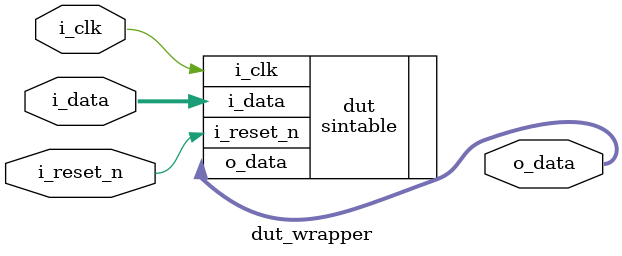
<source format=sv>
`timescale 1ps/1ps

module dut_wrapper(
    input wire i_clk,
    input wire i_reset_n,
    input wire [7:0] i_data,
    output wire [7:0] o_data
);

sintable dut (
    .i_clk(i_clk),
    .i_reset_n(i_reset_n),
    .i_data(i_data),
    .o_data(o_data)
);

endmodule
</source>
